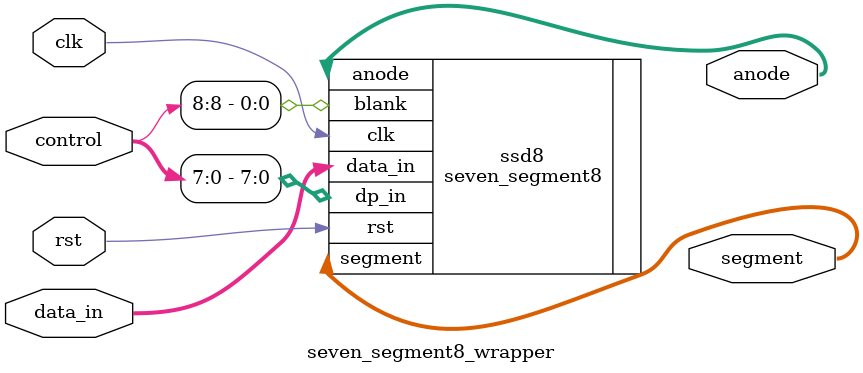
<source format=v>

module seven_segment8_wrapper(
    input wire clk,
    input wire rst,
    input wire [31:0] data_in,
    input wire [8:0] control,
    // input wire [7:0] dp_in,
    // input wire blank,
    output wire [7:0] segment,
    output wire [7:0] anode);

    parameter integer CLK_FREQUENCY = 100_000_000;   // 100 MHz
    parameter integer REFRESH_RATE = 200;

    seven_segment8 #(.CLK_FREQUENCY(CLK_FREQUENCY),.REFRESH_RATE(REFRESH_RATE))
    ssd8 (
            .clk(clk),
            .rst(rst),
            .data_in(data_in),
            .dp_in(control[7:0]),
            .blank(control[8]),
            .segment(segment),
            .anode(anode)
    );

endmodule

</source>
